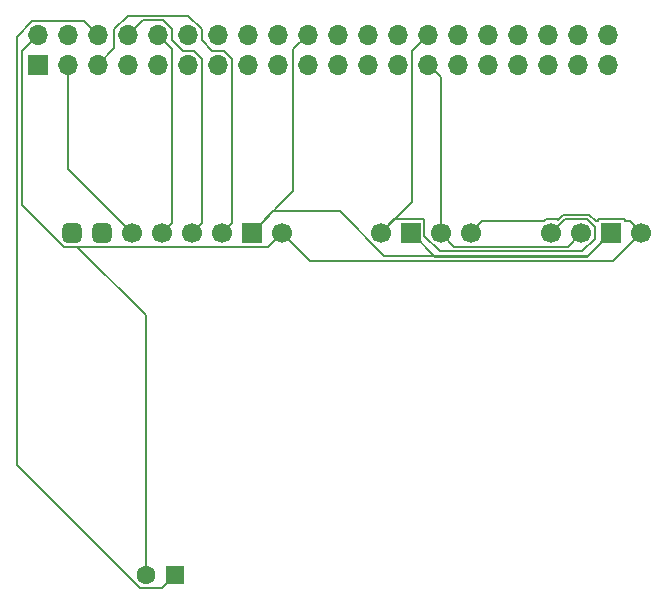
<source format=gtl>
G04 #@! TF.GenerationSoftware,KiCad,Pcbnew,9.0.1*
G04 #@! TF.CreationDate,2025-09-04T16:22:38-04:00*
G04 #@! TF.ProjectId,SensorBoxPython,53656e73-6f72-4426-9f78-507974686f6e,rev?*
G04 #@! TF.SameCoordinates,Original*
G04 #@! TF.FileFunction,Copper,L1,Top*
G04 #@! TF.FilePolarity,Positive*
%FSLAX46Y46*%
G04 Gerber Fmt 4.6, Leading zero omitted, Abs format (unit mm)*
G04 Created by KiCad (PCBNEW 9.0.1) date 2025-09-04 16:22:38*
%MOMM*%
%LPD*%
G01*
G04 APERTURE LIST*
G04 Aperture macros list*
%AMRoundRect*
0 Rectangle with rounded corners*
0 $1 Rounding radius*
0 $2 $3 $4 $5 $6 $7 $8 $9 X,Y pos of 4 corners*
0 Add a 4 corners polygon primitive as box body*
4,1,4,$2,$3,$4,$5,$6,$7,$8,$9,$2,$3,0*
0 Add four circle primitives for the rounded corners*
1,1,$1+$1,$2,$3*
1,1,$1+$1,$4,$5*
1,1,$1+$1,$6,$7*
1,1,$1+$1,$8,$9*
0 Add four rect primitives between the rounded corners*
20,1,$1+$1,$2,$3,$4,$5,0*
20,1,$1+$1,$4,$5,$6,$7,0*
20,1,$1+$1,$6,$7,$8,$9,0*
20,1,$1+$1,$8,$9,$2,$3,0*%
G04 Aperture macros list end*
G04 #@! TA.AperFunction,ComponentPad*
%ADD10C,1.600000*%
G04 #@! TD*
G04 #@! TA.AperFunction,ComponentPad*
%ADD11R,1.600000X1.600000*%
G04 #@! TD*
G04 #@! TA.AperFunction,ComponentPad*
%ADD12C,1.700000*%
G04 #@! TD*
G04 #@! TA.AperFunction,ComponentPad*
%ADD13R,1.700000X1.700000*%
G04 #@! TD*
G04 #@! TA.AperFunction,ComponentPad*
%ADD14RoundRect,0.500000X-0.350000X0.350000X-0.350000X-0.350000X0.350000X-0.350000X0.350000X0.350000X0*%
G04 #@! TD*
G04 #@! TA.AperFunction,ComponentPad*
%ADD15O,1.700000X1.700000*%
G04 #@! TD*
G04 #@! TA.AperFunction,Conductor*
%ADD16C,0.200000*%
G04 #@! TD*
G04 APERTURE END LIST*
D10*
X117500000Y-92000000D03*
D11*
X120000000Y-92000000D03*
D12*
X129000000Y-63000000D03*
D13*
X126460000Y-63000000D03*
D12*
X123920000Y-63000000D03*
X121380000Y-63000000D03*
X118840000Y-63000000D03*
X116300000Y-63000000D03*
D14*
X113760000Y-63000000D03*
X111220000Y-63000000D03*
D12*
X145000000Y-63000000D03*
X142460000Y-63000000D03*
D13*
X139920000Y-63000000D03*
D12*
X137380000Y-63000000D03*
X159460000Y-63000000D03*
D13*
X156920000Y-63000000D03*
D12*
X154380000Y-63000000D03*
X151840000Y-63000000D03*
D13*
X108370000Y-48770000D03*
D15*
X108370000Y-46230000D03*
X110910000Y-48770000D03*
X110910000Y-46230000D03*
X113450000Y-48770000D03*
X113450000Y-46230000D03*
X115990000Y-48770000D03*
X115990000Y-46230000D03*
X118530000Y-48770000D03*
X118530000Y-46230000D03*
X121070000Y-48770000D03*
X121070000Y-46230000D03*
X123610000Y-48770000D03*
X123610000Y-46230000D03*
X126150000Y-48770000D03*
X126150000Y-46230000D03*
X128690000Y-48770000D03*
X128690000Y-46230000D03*
X131230000Y-48770000D03*
X131230000Y-46230000D03*
X133770000Y-48770000D03*
X133770000Y-46230000D03*
X136310000Y-48770000D03*
X136310000Y-46230000D03*
X138850000Y-48770000D03*
X138850000Y-46230000D03*
X141390000Y-48770000D03*
X141390000Y-46230000D03*
X143930000Y-48770000D03*
X143930000Y-46230000D03*
X146470000Y-48770000D03*
X146470000Y-46230000D03*
X149010000Y-48770000D03*
X149010000Y-46230000D03*
X151550000Y-48770000D03*
X151550000Y-46230000D03*
X154090000Y-48770000D03*
X154090000Y-46230000D03*
X156630000Y-48770000D03*
X156630000Y-46230000D03*
D16*
X112299000Y-45079000D02*
X113450000Y-46230000D01*
X106599000Y-46373240D02*
X107893240Y-45079000D01*
X118899000Y-93101000D02*
X117043950Y-93101000D01*
X117043950Y-93101000D02*
X106599000Y-82656050D01*
X120000000Y-92000000D02*
X118899000Y-93101000D01*
X106599000Y-82656050D02*
X106599000Y-46373240D01*
X107893240Y-45079000D02*
X112299000Y-45079000D01*
X111708050Y-64151000D02*
X117500000Y-69942950D01*
X117500000Y-69942950D02*
X117500000Y-92000000D01*
X130000000Y-47460000D02*
X131230000Y-46230000D01*
X128291429Y-61168571D02*
X133920811Y-61168571D01*
X156840000Y-63000000D02*
X154840000Y-65000000D01*
X137705240Y-64953000D02*
X154967000Y-64953000D01*
X154967000Y-64953000D02*
X156920000Y-63000000D01*
X126460000Y-63000000D02*
X128291429Y-61168571D01*
X142000000Y-65000000D02*
X154840000Y-65000000D01*
X126460000Y-63000000D02*
X130000000Y-59460000D01*
X140000000Y-63000000D02*
X142000000Y-65000000D01*
X139920000Y-63000000D02*
X140000000Y-63000000D01*
X133920811Y-61168571D02*
X137705240Y-64953000D01*
X156920000Y-63000000D02*
X156840000Y-63000000D01*
X130000000Y-59460000D02*
X130000000Y-47460000D01*
X110910000Y-57610000D02*
X110910000Y-48770000D01*
X116300000Y-63000000D02*
X110910000Y-57610000D01*
X115993240Y-44599000D02*
X114839000Y-45753240D01*
X122221000Y-46706760D02*
X122221000Y-45753240D01*
X114839000Y-45753240D02*
X114839000Y-47381000D01*
X122221000Y-45753240D02*
X121066760Y-44599000D01*
X124770000Y-62150000D02*
X124770000Y-48302240D01*
X124770000Y-48302240D02*
X124086760Y-47619000D01*
X124086760Y-47619000D02*
X123133240Y-47619000D01*
X121066760Y-44599000D02*
X115993240Y-44599000D01*
X123920000Y-63000000D02*
X124770000Y-62150000D01*
X123133240Y-47619000D02*
X122221000Y-46706760D01*
X114839000Y-47381000D02*
X113450000Y-48770000D01*
X121546760Y-47619000D02*
X120619000Y-47619000D01*
X121380000Y-63000000D02*
X122230000Y-62150000D01*
X122230000Y-62150000D02*
X122230000Y-48302240D01*
X119681000Y-46681000D02*
X119681000Y-45753240D01*
X120619000Y-47619000D02*
X119681000Y-46681000D01*
X117220000Y-45000000D02*
X115990000Y-46230000D01*
X118927760Y-45000000D02*
X117220000Y-45000000D01*
X119681000Y-45753240D02*
X118927760Y-45000000D01*
X122230000Y-48302240D02*
X121546760Y-47619000D01*
X119690000Y-62150000D02*
X119690000Y-47390000D01*
X119690000Y-47390000D02*
X118530000Y-46230000D01*
X118840000Y-63000000D02*
X119690000Y-62150000D01*
X153229000Y-64151000D02*
X143611000Y-64151000D01*
X142460000Y-49840000D02*
X141390000Y-48770000D01*
X143611000Y-64151000D02*
X142460000Y-63000000D01*
X154380000Y-63000000D02*
X153229000Y-64151000D01*
X142460000Y-63000000D02*
X142460000Y-49840000D01*
X140001000Y-47619000D02*
X141390000Y-46230000D01*
X142384240Y-64552000D02*
X141071000Y-63238760D01*
X152991000Y-61849000D02*
X154856760Y-61849000D01*
X155531000Y-62523240D02*
X155531000Y-63476760D01*
X141071000Y-61849000D02*
X138531000Y-61849000D01*
X138531000Y-61849000D02*
X137380000Y-63000000D01*
X140001000Y-60379000D02*
X140001000Y-47619000D01*
X155531000Y-63476760D02*
X154455760Y-64552000D01*
X151840000Y-63000000D02*
X152991000Y-61849000D01*
X154856760Y-61849000D02*
X155531000Y-62523240D01*
X137380000Y-63000000D02*
X140001000Y-60379000D01*
X141071000Y-63238760D02*
X141071000Y-61849000D01*
X154455760Y-64552000D02*
X142384240Y-64552000D01*
X131401000Y-65401000D02*
X157059000Y-65401000D01*
X158071000Y-62000000D02*
X158460000Y-62000000D01*
X155769000Y-62000000D02*
X155769000Y-61849000D01*
X145000000Y-63000000D02*
X146000000Y-62000000D01*
X151363240Y-61849000D02*
X152316760Y-61849000D01*
X158460000Y-62000000D02*
X159460000Y-63000000D01*
X155769000Y-61849000D02*
X158071000Y-61849000D01*
X157059000Y-65401000D02*
X159460000Y-63000000D01*
X107000000Y-60620058D02*
X107000000Y-47600000D01*
X158071000Y-61849000D02*
X158071000Y-62000000D01*
X107000000Y-47600000D02*
X108370000Y-46230000D01*
X146000000Y-62000000D02*
X151212240Y-62000000D01*
X111708050Y-64151000D02*
X110530942Y-64151000D01*
X155022860Y-61448000D02*
X155574860Y-62000000D01*
X109689971Y-63310029D02*
X107000000Y-60620058D01*
X127849000Y-64151000D02*
X110530942Y-64151000D01*
X152370330Y-61902570D02*
X152824900Y-61448000D01*
X155574860Y-62000000D02*
X155769000Y-62000000D01*
X129000000Y-63000000D02*
X127849000Y-64151000D01*
X151212240Y-62000000D02*
X151363240Y-61849000D01*
X152316760Y-61849000D02*
X152370330Y-61902570D01*
X110530942Y-64151000D02*
X109689971Y-63310029D01*
X152824900Y-61448000D02*
X155022860Y-61448000D01*
X129000000Y-63000000D02*
X131401000Y-65401000D01*
M02*

</source>
